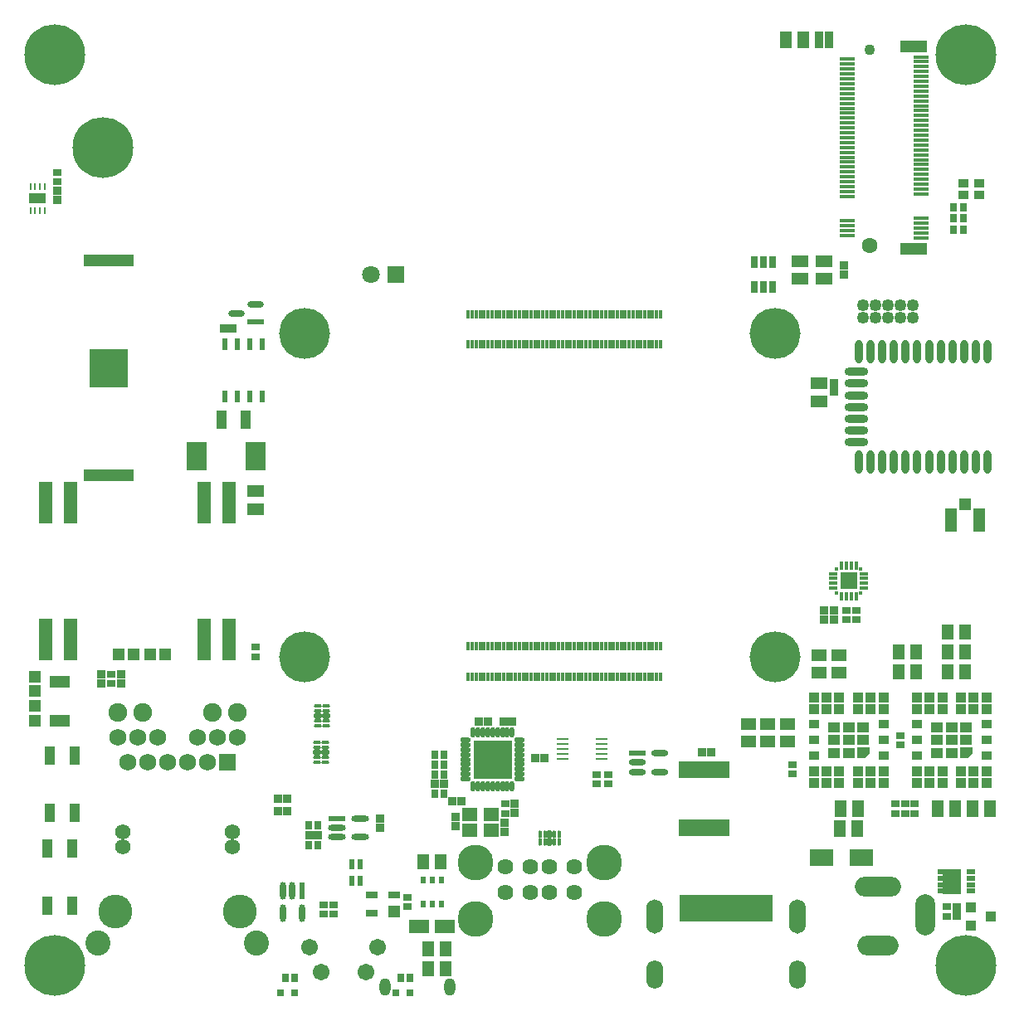
<source format=gts>
G04*
G04 #@! TF.GenerationSoftware,Altium Limited,Altium Designer,22.2.1 (43)*
G04*
G04 Layer_Color=8388736*
%FSAX24Y24*%
%MOIN*%
G70*
G04*
G04 #@! TF.SameCoordinates,07477AA8-A169-438C-A272-D3E418652323*
G04*
G04*
G04 #@! TF.FilePolarity,Negative*
G04*
G01*
G75*
%ADD36R,0.0691X0.0240*%
G04:AMPARAMS|DCode=37|XSize=69.1mil|YSize=24mil|CornerRadius=12mil|HoleSize=0mil|Usage=FLASHONLY|Rotation=0.000|XOffset=0mil|YOffset=0mil|HoleType=Round|Shape=RoundedRectangle|*
%AMROUNDEDRECTD37*
21,1,0.0691,0.0000,0,0,0.0*
21,1,0.0451,0.0240,0,0,0.0*
1,1,0.0240,0.0226,0.0000*
1,1,0.0240,-0.0226,0.0000*
1,1,0.0240,-0.0226,0.0000*
1,1,0.0240,0.0226,0.0000*
%
%ADD37ROUNDEDRECTD37*%
G04:AMPARAMS|DCode=41|XSize=48.7mil|YSize=8.4mil|CornerRadius=4.2mil|HoleSize=0mil|Usage=FLASHONLY|Rotation=180.000|XOffset=0mil|YOffset=0mil|HoleType=Round|Shape=RoundedRectangle|*
%AMROUNDEDRECTD41*
21,1,0.0487,0.0000,0,0,180.0*
21,1,0.0404,0.0084,0,0,180.0*
1,1,0.0084,-0.0202,0.0000*
1,1,0.0084,0.0202,0.0000*
1,1,0.0084,0.0202,0.0000*
1,1,0.0084,-0.0202,0.0000*
%
%ADD41ROUNDEDRECTD41*%
%ADD42R,0.0487X0.0084*%
G04:AMPARAMS|DCode=47|XSize=71.1mil|YSize=24.1mil|CornerRadius=12.1mil|HoleSize=0mil|Usage=FLASHONLY|Rotation=270.000|XOffset=0mil|YOffset=0mil|HoleType=Round|Shape=RoundedRectangle|*
%AMROUNDEDRECTD47*
21,1,0.0711,0.0000,0,0,270.0*
21,1,0.0470,0.0241,0,0,270.0*
1,1,0.0241,0.0000,-0.0235*
1,1,0.0241,0.0000,0.0235*
1,1,0.0241,0.0000,0.0235*
1,1,0.0241,0.0000,-0.0235*
%
%ADD47ROUNDEDRECTD47*%
%ADD48R,0.0241X0.0711*%
G04:AMPARAMS|DCode=49|XSize=71.1mil|YSize=24.1mil|CornerRadius=12.1mil|HoleSize=0mil|Usage=FLASHONLY|Rotation=0.000|XOffset=0mil|YOffset=0mil|HoleType=Round|Shape=RoundedRectangle|*
%AMROUNDEDRECTD49*
21,1,0.0711,0.0000,0,0,0.0*
21,1,0.0470,0.0241,0,0,0.0*
1,1,0.0241,0.0235,0.0000*
1,1,0.0241,-0.0235,0.0000*
1,1,0.0241,-0.0235,0.0000*
1,1,0.0241,0.0235,0.0000*
%
%ADD49ROUNDEDRECTD49*%
%ADD50R,0.0711X0.0241*%
%ADD52R,0.0787X0.1181*%
%ADD54R,0.0433X0.0748*%
%ADD55R,0.0394X0.0354*%
G04:AMPARAMS|DCode=59|XSize=65.3mil|YSize=24.7mil|CornerRadius=12.3mil|HoleSize=0mil|Usage=FLASHONLY|Rotation=180.000|XOffset=0mil|YOffset=0mil|HoleType=Round|Shape=RoundedRectangle|*
%AMROUNDEDRECTD59*
21,1,0.0653,0.0000,0,0,180.0*
21,1,0.0406,0.0247,0,0,180.0*
1,1,0.0247,-0.0203,0.0000*
1,1,0.0247,0.0203,0.0000*
1,1,0.0247,0.0203,0.0000*
1,1,0.0247,-0.0203,0.0000*
%
%ADD59ROUNDEDRECTD59*%
%ADD60R,0.0653X0.0247*%
%ADD61R,0.2000X0.0500*%
%ADD62R,0.0118X0.0118*%
%ADD63R,0.0118X0.0354*%
%ADD64R,0.0354X0.0118*%
%ADD67R,0.0827X0.0500*%
G04:AMPARAMS|DCode=69|XSize=31.5mil|YSize=94.5mil|CornerRadius=15.7mil|HoleSize=0mil|Usage=FLASHONLY|Rotation=270.000|XOffset=0mil|YOffset=0mil|HoleType=Round|Shape=RoundedRectangle|*
%AMROUNDEDRECTD69*
21,1,0.0315,0.0630,0,0,270.0*
21,1,0.0000,0.0945,0,0,270.0*
1,1,0.0315,-0.0315,0.0000*
1,1,0.0315,-0.0315,0.0000*
1,1,0.0315,0.0315,0.0000*
1,1,0.0315,0.0315,0.0000*
%
%ADD69ROUNDEDRECTD69*%
G04:AMPARAMS|DCode=70|XSize=94.5mil|YSize=31.5mil|CornerRadius=15.7mil|HoleSize=0mil|Usage=FLASHONLY|Rotation=270.000|XOffset=0mil|YOffset=0mil|HoleType=Round|Shape=RoundedRectangle|*
%AMROUNDEDRECTD70*
21,1,0.0945,0.0000,0,0,270.0*
21,1,0.0630,0.0315,0,0,270.0*
1,1,0.0315,0.0000,-0.0315*
1,1,0.0315,0.0000,0.0315*
1,1,0.0315,0.0000,0.0315*
1,1,0.0315,0.0000,-0.0315*
%
%ADD70ROUNDEDRECTD70*%
%ADD73R,0.0512X0.0433*%
%ADD74C,0.0364*%
%ADD75R,0.0433X0.0394*%
%ADD76R,0.0433X0.0354*%
%ADD80R,0.0217X0.0315*%
%ADD84R,0.0236X0.0512*%
%ADD92R,0.0610X0.0118*%
%ADD93R,0.1083X0.0472*%
%ADD94R,0.0098X0.0256*%
%ADD95R,0.0098X0.0256*%
%ADD96R,0.0098X0.0256*%
%ADD97R,0.0098X0.0256*%
%ADD98R,0.0651X0.0513*%
%ADD99R,0.0324X0.0308*%
%ADD100R,0.0415X0.0769*%
%ADD101R,0.0324X0.0324*%
%ADD102R,0.0669X0.0394*%
%ADD103R,0.0513X0.0946*%
%ADD104R,0.0474X0.0513*%
%ADD105R,0.0297X0.0493*%
%ADD106R,0.0324X0.0324*%
%ADD107R,0.0308X0.0324*%
%ADD108R,0.0316X0.0316*%
%ADD109R,0.0159X0.0356*%
%ADD110R,0.0572X0.1655*%
G04:AMPARAMS|DCode=111|XSize=15.9mil|YSize=30.2mil|CornerRadius=6mil|HoleSize=0mil|Usage=FLASHONLY|Rotation=90.000|XOffset=0mil|YOffset=0mil|HoleType=Round|Shape=RoundedRectangle|*
%AMROUNDEDRECTD111*
21,1,0.0159,0.0183,0,0,90.0*
21,1,0.0039,0.0302,0,0,90.0*
1,1,0.0119,0.0092,0.0020*
1,1,0.0119,0.0092,-0.0020*
1,1,0.0119,-0.0092,-0.0020*
1,1,0.0119,-0.0092,0.0020*
%
%ADD111ROUNDEDRECTD111*%
G04:AMPARAMS|DCode=112|XSize=23.7mil|YSize=30.2mil|CornerRadius=6mil|HoleSize=0mil|Usage=FLASHONLY|Rotation=90.000|XOffset=0mil|YOffset=0mil|HoleType=Round|Shape=RoundedRectangle|*
%AMROUNDEDRECTD112*
21,1,0.0237,0.0183,0,0,90.0*
21,1,0.0118,0.0302,0,0,90.0*
1,1,0.0119,0.0092,0.0059*
1,1,0.0119,0.0092,-0.0059*
1,1,0.0119,-0.0092,-0.0059*
1,1,0.0119,-0.0092,0.0059*
%
%ADD112ROUNDEDRECTD112*%
%ADD113R,0.0190X0.1104*%
%ADD114R,0.0257X0.0661*%
%ADD115R,0.1560X0.1560*%
%ADD116R,0.0709X0.0709*%
%ADD117R,0.0474X0.0474*%
%ADD118R,0.0946X0.0690*%
%ADD119R,0.0474X0.0474*%
%ADD120R,0.0493X0.0631*%
%ADD121R,0.0513X0.0651*%
%ADD122R,0.0237X0.0434*%
%ADD123R,0.0474X0.0316*%
%ADD124R,0.0789X0.0572*%
%ADD125R,0.0631X0.0533*%
%ADD126R,0.0434X0.0395*%
%ADD127R,0.0631X0.0493*%
%ADD128R,0.0356X0.0245*%
%ADD129R,0.0293X0.0245*%
%ADD130R,0.0753X0.1013*%
G04:AMPARAMS|DCode=131|XSize=15.9mil|YSize=30.2mil|CornerRadius=6mil|HoleSize=0mil|Usage=FLASHONLY|Rotation=0.000|XOffset=0mil|YOffset=0mil|HoleType=Round|Shape=RoundedRectangle|*
%AMROUNDEDRECTD131*
21,1,0.0159,0.0183,0,0,0.0*
21,1,0.0039,0.0302,0,0,0.0*
1,1,0.0119,0.0020,-0.0092*
1,1,0.0119,-0.0020,-0.0092*
1,1,0.0119,-0.0020,0.0092*
1,1,0.0119,0.0020,0.0092*
%
%ADD131ROUNDEDRECTD131*%
G04:AMPARAMS|DCode=132|XSize=23.7mil|YSize=30.2mil|CornerRadius=6mil|HoleSize=0mil|Usage=FLASHONLY|Rotation=0.000|XOffset=0mil|YOffset=0mil|HoleType=Round|Shape=RoundedRectangle|*
%AMROUNDEDRECTD132*
21,1,0.0237,0.0183,0,0,0.0*
21,1,0.0118,0.0302,0,0,0.0*
1,1,0.0119,0.0059,-0.0092*
1,1,0.0119,-0.0059,-0.0092*
1,1,0.0119,-0.0059,0.0092*
1,1,0.0119,0.0059,0.0092*
%
%ADD132ROUNDEDRECTD132*%
%ADD133O,0.0434X0.0190*%
%ADD134O,0.0190X0.0434*%
%ADD135R,0.1537X0.1537*%
%ADD136O,0.1852X0.0789*%
%ADD137O,0.0789X0.1655*%
%ADD138O,0.1655X0.0789*%
%ADD139C,0.2442*%
%ADD140C,0.0710*%
%ADD141R,0.0710X0.0710*%
%ADD142C,0.0493*%
%ADD143O,0.0434X0.0710*%
%ADD144C,0.0639*%
%ADD145C,0.1438*%
%ADD146C,0.2049*%
%ADD147C,0.0620*%
%ADD148C,0.1360*%
%ADD149C,0.0755*%
%ADD150C,0.1010*%
%ADD151C,0.0680*%
%ADD152R,0.0680X0.0680*%
%ADD153C,0.0671*%
%ADD154O,0.0671X0.1379*%
%ADD155O,0.0671X0.1143*%
%ADD156C,0.0630*%
%ADD157C,0.0433*%
G36*
X045925Y023681D02*
X045728Y023484D01*
X045413D01*
Y023917D01*
X045925D01*
Y023681D01*
D02*
G37*
G36*
X050059D02*
X049862Y023484D01*
X049547D01*
Y023917D01*
X050059D01*
Y023681D01*
D02*
G37*
D36*
X036575Y023681D02*
D03*
D37*
Y023307D02*
D03*
Y022933D02*
D03*
X037500D02*
D03*
Y023681D02*
D03*
D41*
X033576Y023465D02*
D03*
Y023661D02*
D03*
Y023858D02*
D03*
Y024055D02*
D03*
Y024252D02*
D03*
X035164D02*
D03*
Y024055D02*
D03*
Y023858D02*
D03*
Y023661D02*
D03*
D42*
Y023465D02*
D03*
D47*
X023110Y017264D02*
D03*
X022362D02*
D03*
Y018169D02*
D03*
X022736D02*
D03*
D48*
X023110D02*
D03*
D49*
X025442Y021055D02*
D03*
Y020307D02*
D03*
X024536D02*
D03*
Y020681D02*
D03*
D50*
Y021055D02*
D03*
D52*
X021260Y035630D02*
D03*
X018898D02*
D03*
D54*
X020866Y037106D02*
D03*
X019882D02*
D03*
D55*
X050320Y046117D02*
D03*
X049680D02*
D03*
Y046599D02*
D03*
X050320D02*
D03*
D59*
X020491Y041372D02*
D03*
X021260Y041732D02*
D03*
D60*
Y041012D02*
D03*
D61*
X015354Y034848D02*
D03*
Y043498D02*
D03*
D62*
X045571Y030118D02*
D03*
X044586D02*
D03*
X045571Y031102D02*
D03*
X044586D02*
D03*
D63*
X044783Y031220D02*
D03*
X044980D02*
D03*
X045177D02*
D03*
X045374D02*
D03*
Y030000D02*
D03*
X045177D02*
D03*
X044980D02*
D03*
X044783D02*
D03*
D64*
X045689Y030905D02*
D03*
Y030709D02*
D03*
Y030512D02*
D03*
Y030315D02*
D03*
X044468D02*
D03*
Y030512D02*
D03*
Y030709D02*
D03*
Y030905D02*
D03*
D67*
X013386Y026569D02*
D03*
Y025006D02*
D03*
D69*
X045394Y036181D02*
D03*
Y036654D02*
D03*
Y037126D02*
D03*
Y037598D02*
D03*
Y038071D02*
D03*
Y038543D02*
D03*
Y039016D02*
D03*
D70*
X050669Y035374D02*
D03*
X050197D02*
D03*
X049724D02*
D03*
X049252D02*
D03*
X048780D02*
D03*
X048307D02*
D03*
X047835D02*
D03*
X047362D02*
D03*
X046890D02*
D03*
X046417D02*
D03*
X045945D02*
D03*
X045472D02*
D03*
Y039823D02*
D03*
X045945D02*
D03*
X046417D02*
D03*
X046890D02*
D03*
X047362D02*
D03*
X047835D02*
D03*
X048307D02*
D03*
X048780D02*
D03*
X049252D02*
D03*
X049724D02*
D03*
X050197D02*
D03*
X050669D02*
D03*
D73*
X049803Y024724D02*
D03*
X049213D02*
D03*
X048622D02*
D03*
Y024213D02*
D03*
X049213D02*
D03*
X049803D02*
D03*
X049213Y023701D02*
D03*
X048622D02*
D03*
X045669Y024724D02*
D03*
X045079D02*
D03*
X044488D02*
D03*
Y024213D02*
D03*
X045079D02*
D03*
X045669D02*
D03*
X045079Y023701D02*
D03*
X044488D02*
D03*
D74*
X049785Y023715D02*
D03*
X045651D02*
D03*
D75*
X048839Y022500D02*
D03*
X048327D02*
D03*
X047815D02*
D03*
X048839Y022972D02*
D03*
X048327D02*
D03*
X047815D02*
D03*
Y025925D02*
D03*
X048327D02*
D03*
X048839D02*
D03*
X047815Y025453D02*
D03*
X048327D02*
D03*
X048839D02*
D03*
X049587D02*
D03*
X050098D02*
D03*
X050610D02*
D03*
X049587Y025925D02*
D03*
X050098D02*
D03*
X050610D02*
D03*
X049587Y022972D02*
D03*
X050098D02*
D03*
X050610D02*
D03*
X049587Y022500D02*
D03*
X050098D02*
D03*
X050610D02*
D03*
X044705D02*
D03*
X044193D02*
D03*
X043681D02*
D03*
X044705Y022972D02*
D03*
X044193D02*
D03*
X043681D02*
D03*
Y025925D02*
D03*
X044193D02*
D03*
X044705D02*
D03*
X043681Y025453D02*
D03*
X044193D02*
D03*
X044705D02*
D03*
X045453D02*
D03*
X045965D02*
D03*
X046476D02*
D03*
X045453Y025925D02*
D03*
X045965D02*
D03*
X046476D02*
D03*
X045453Y022972D02*
D03*
X045965D02*
D03*
X046476D02*
D03*
X045453Y022500D02*
D03*
X045965D02*
D03*
X046476D02*
D03*
D76*
X047815Y023583D02*
D03*
Y024213D02*
D03*
Y024843D02*
D03*
X050610D02*
D03*
Y024213D02*
D03*
Y023583D02*
D03*
X043681D02*
D03*
Y024213D02*
D03*
Y024843D02*
D03*
X046476D02*
D03*
Y024213D02*
D03*
Y023583D02*
D03*
D80*
X028720Y017638D02*
D03*
X028346D02*
D03*
X027972D02*
D03*
Y018583D02*
D03*
X028346D02*
D03*
X028720D02*
D03*
D84*
X020018Y040118D02*
D03*
X020518D02*
D03*
X021018D02*
D03*
X021518D02*
D03*
Y038031D02*
D03*
X021018D02*
D03*
X020518D02*
D03*
X020018D02*
D03*
D92*
X045020Y044488D02*
D03*
Y044685D02*
D03*
Y044882D02*
D03*
Y045079D02*
D03*
Y046063D02*
D03*
Y046260D02*
D03*
Y046457D02*
D03*
Y046654D02*
D03*
Y046850D02*
D03*
Y047047D02*
D03*
Y047244D02*
D03*
Y047441D02*
D03*
Y047638D02*
D03*
Y047835D02*
D03*
Y048032D02*
D03*
Y048228D02*
D03*
Y048425D02*
D03*
Y048622D02*
D03*
Y048819D02*
D03*
Y049016D02*
D03*
Y049213D02*
D03*
Y049409D02*
D03*
Y049606D02*
D03*
Y049803D02*
D03*
Y050000D02*
D03*
Y050197D02*
D03*
Y050394D02*
D03*
Y050591D02*
D03*
Y050787D02*
D03*
Y050984D02*
D03*
Y051181D02*
D03*
Y051378D02*
D03*
Y051575D02*
D03*
X047992Y044390D02*
D03*
Y044587D02*
D03*
Y044783D02*
D03*
Y044980D02*
D03*
Y045177D02*
D03*
Y046161D02*
D03*
Y046358D02*
D03*
Y046555D02*
D03*
Y046752D02*
D03*
Y046949D02*
D03*
Y047146D02*
D03*
Y047343D02*
D03*
Y047539D02*
D03*
Y047736D02*
D03*
Y047933D02*
D03*
Y048130D02*
D03*
Y048327D02*
D03*
Y048524D02*
D03*
Y048720D02*
D03*
Y048917D02*
D03*
Y049114D02*
D03*
Y049311D02*
D03*
Y049508D02*
D03*
Y049705D02*
D03*
Y049902D02*
D03*
Y050098D02*
D03*
Y050295D02*
D03*
Y050492D02*
D03*
Y050689D02*
D03*
Y050886D02*
D03*
Y051083D02*
D03*
Y051280D02*
D03*
Y051476D02*
D03*
Y051673D02*
D03*
D93*
X047687Y043957D02*
D03*
Y052106D02*
D03*
D94*
X012206Y046470D02*
D03*
X012600Y045505D02*
D03*
D95*
X012403Y046470D02*
D03*
X012797Y045505D02*
D03*
D96*
X012600Y046470D02*
D03*
X012797Y046470D02*
D03*
D97*
X012403Y045505D02*
D03*
X012206Y045505D02*
D03*
D98*
X021260Y033504D02*
D03*
Y034213D02*
D03*
X043898Y037835D02*
D03*
Y038543D02*
D03*
X043110Y042756D02*
D03*
Y043465D02*
D03*
X044094Y042756D02*
D03*
Y043465D02*
D03*
D99*
X047146Y024028D02*
D03*
Y024398D02*
D03*
X024000Y017215D02*
D03*
Y017585D02*
D03*
X013300Y047035D02*
D03*
Y046665D02*
D03*
X024400Y017215D02*
D03*
Y017585D02*
D03*
X035433Y022823D02*
D03*
Y022453D02*
D03*
X034961Y022453D02*
D03*
Y022823D02*
D03*
X044980Y029047D02*
D03*
Y029417D02*
D03*
X045374Y029047D02*
D03*
Y029417D02*
D03*
X047736Y021272D02*
D03*
Y021642D02*
D03*
X047343D02*
D03*
Y021272D02*
D03*
X027362Y017902D02*
D03*
Y017531D02*
D03*
X031272Y021643D02*
D03*
Y021272D02*
D03*
X046949Y021642D02*
D03*
Y021272D02*
D03*
X042815Y022858D02*
D03*
Y023228D02*
D03*
X049016Y017138D02*
D03*
Y017508D02*
D03*
X021260Y027941D02*
D03*
Y027571D02*
D03*
X015453Y026858D02*
D03*
Y026488D02*
D03*
D100*
X012984Y023583D02*
D03*
X013984D02*
D03*
Y021299D02*
D03*
X012984D02*
D03*
X012886Y017559D02*
D03*
X013886D02*
D03*
Y019843D02*
D03*
X012886D02*
D03*
D101*
X013300Y045923D02*
D03*
Y046277D02*
D03*
X026240Y020689D02*
D03*
Y021043D02*
D03*
X044488Y038209D02*
D03*
Y038563D02*
D03*
Y029055D02*
D03*
Y029409D02*
D03*
X044094Y029055D02*
D03*
Y029409D02*
D03*
X031666Y021292D02*
D03*
Y021646D02*
D03*
X031260Y020886D02*
D03*
Y020531D02*
D03*
X029291Y020768D02*
D03*
Y021122D02*
D03*
X049409Y017500D02*
D03*
Y017146D02*
D03*
X015059Y026850D02*
D03*
Y026496D02*
D03*
X015846Y026850D02*
D03*
Y026496D02*
D03*
X044882Y042933D02*
D03*
Y043287D02*
D03*
X044291Y052539D02*
D03*
Y052185D02*
D03*
X043898Y052539D02*
D03*
Y052185D02*
D03*
D102*
X012502Y045987D02*
D03*
D103*
X050321Y033070D02*
D03*
X049179D02*
D03*
D104*
X049750Y033700D02*
D03*
D105*
X042026Y042415D02*
D03*
X041652D02*
D03*
X041278D02*
D03*
Y043439D02*
D03*
X041652D02*
D03*
X042026D02*
D03*
D106*
X023406Y020394D02*
D03*
X023760D02*
D03*
X028465Y022441D02*
D03*
X028819D02*
D03*
X020335Y040748D02*
D03*
X019980D02*
D03*
X039547Y023720D02*
D03*
X039193D02*
D03*
X031208Y024973D02*
D03*
X031562D02*
D03*
X032854Y023504D02*
D03*
X032500D02*
D03*
X030224Y024973D02*
D03*
X030578D02*
D03*
X029154Y021772D02*
D03*
X029508D02*
D03*
X022524Y021358D02*
D03*
X022170D02*
D03*
X022524Y021850D02*
D03*
X022170D02*
D03*
D107*
X023768Y020000D02*
D03*
X023398D02*
D03*
X049673Y045630D02*
D03*
X049303D02*
D03*
X027079Y014665D02*
D03*
X027449D02*
D03*
X022453D02*
D03*
X022823D02*
D03*
X023398Y020787D02*
D03*
X023768D02*
D03*
X049673Y045197D02*
D03*
X049303D02*
D03*
X028457Y023228D02*
D03*
X028827D02*
D03*
X028457Y022835D02*
D03*
X028827D02*
D03*
X028457Y022047D02*
D03*
X028827D02*
D03*
X028442Y023635D02*
D03*
X028812D02*
D03*
X049673Y044724D02*
D03*
X049303D02*
D03*
D108*
X026890Y014059D02*
D03*
X027441D02*
D03*
X022264D02*
D03*
X022815D02*
D03*
D109*
X029803Y026772D02*
D03*
Y027984D02*
D03*
X029961Y026772D02*
D03*
Y027984D02*
D03*
X030118Y026772D02*
D03*
Y027984D02*
D03*
X030276Y026772D02*
D03*
Y027984D02*
D03*
X030433Y026772D02*
D03*
Y027984D02*
D03*
X030591Y026772D02*
D03*
Y027984D02*
D03*
X030748Y026772D02*
D03*
Y027984D02*
D03*
X030906Y026772D02*
D03*
Y027984D02*
D03*
X031063Y026772D02*
D03*
Y027984D02*
D03*
X031220Y026772D02*
D03*
Y027984D02*
D03*
X031378Y026772D02*
D03*
Y027984D02*
D03*
X031535Y026772D02*
D03*
Y027984D02*
D03*
X031693Y026772D02*
D03*
Y027984D02*
D03*
X031850Y026772D02*
D03*
Y027984D02*
D03*
X032008Y026772D02*
D03*
Y027984D02*
D03*
X032165Y026772D02*
D03*
Y027984D02*
D03*
X032323Y026772D02*
D03*
Y027984D02*
D03*
X032480Y026772D02*
D03*
Y027984D02*
D03*
X032638Y026772D02*
D03*
Y027984D02*
D03*
X032795Y026772D02*
D03*
Y027984D02*
D03*
X032953Y026772D02*
D03*
Y027984D02*
D03*
X033110Y026772D02*
D03*
Y027984D02*
D03*
X033268Y026772D02*
D03*
Y027984D02*
D03*
X033425Y026772D02*
D03*
Y027984D02*
D03*
X033583Y026772D02*
D03*
Y027984D02*
D03*
X033740Y026772D02*
D03*
Y027984D02*
D03*
X033898Y026772D02*
D03*
Y027984D02*
D03*
X034055Y026772D02*
D03*
Y027984D02*
D03*
X034213Y026772D02*
D03*
Y027984D02*
D03*
X034370Y026772D02*
D03*
Y027984D02*
D03*
X034528Y026772D02*
D03*
Y027984D02*
D03*
X034685Y026772D02*
D03*
Y027984D02*
D03*
X034843Y026772D02*
D03*
Y027984D02*
D03*
X035000Y026772D02*
D03*
Y027984D02*
D03*
X035157Y026772D02*
D03*
Y027984D02*
D03*
X035315Y026772D02*
D03*
Y027984D02*
D03*
X035472Y026772D02*
D03*
Y027984D02*
D03*
X035630Y026772D02*
D03*
Y027984D02*
D03*
X035787Y026772D02*
D03*
Y027984D02*
D03*
X035945Y026772D02*
D03*
Y027984D02*
D03*
X036102Y026772D02*
D03*
Y027984D02*
D03*
X036260Y026772D02*
D03*
Y027984D02*
D03*
X036417Y026772D02*
D03*
Y027984D02*
D03*
X036575Y026772D02*
D03*
Y027984D02*
D03*
X036732Y026772D02*
D03*
Y027984D02*
D03*
X036890Y026772D02*
D03*
Y027984D02*
D03*
X037047Y026772D02*
D03*
Y027984D02*
D03*
X037205Y026772D02*
D03*
Y027984D02*
D03*
X037362Y026772D02*
D03*
Y027984D02*
D03*
X037520Y026772D02*
D03*
Y027984D02*
D03*
X029803Y040126D02*
D03*
Y041339D02*
D03*
X029961Y040126D02*
D03*
Y041339D02*
D03*
X030118Y040126D02*
D03*
Y041339D02*
D03*
X030276Y040126D02*
D03*
Y041339D02*
D03*
X030433Y040126D02*
D03*
Y041339D02*
D03*
X030591Y040126D02*
D03*
Y041339D02*
D03*
X030748Y040126D02*
D03*
Y041339D02*
D03*
X030906Y040126D02*
D03*
Y041339D02*
D03*
X031063Y040126D02*
D03*
Y041339D02*
D03*
X031220Y040126D02*
D03*
Y041339D02*
D03*
X031378Y040126D02*
D03*
Y041339D02*
D03*
X031535Y040126D02*
D03*
Y041339D02*
D03*
X031693Y040126D02*
D03*
Y041339D02*
D03*
X031850Y040126D02*
D03*
Y041339D02*
D03*
X032008Y040126D02*
D03*
Y041339D02*
D03*
X032165Y040126D02*
D03*
Y041339D02*
D03*
X032323Y040126D02*
D03*
Y041339D02*
D03*
X032480Y040126D02*
D03*
Y041339D02*
D03*
X032638Y040126D02*
D03*
Y041339D02*
D03*
X032795Y040126D02*
D03*
Y041339D02*
D03*
X032953Y040126D02*
D03*
Y041339D02*
D03*
X033110Y040126D02*
D03*
Y041339D02*
D03*
X033268Y040126D02*
D03*
Y041339D02*
D03*
X033425Y040126D02*
D03*
Y041339D02*
D03*
X033583Y040126D02*
D03*
Y041339D02*
D03*
X033740Y040126D02*
D03*
Y041339D02*
D03*
X033898Y040126D02*
D03*
Y041339D02*
D03*
X034055Y040126D02*
D03*
Y041339D02*
D03*
X034213Y040126D02*
D03*
Y041339D02*
D03*
X034370Y040126D02*
D03*
Y041339D02*
D03*
X034528Y040126D02*
D03*
Y041339D02*
D03*
X034685Y040126D02*
D03*
Y041339D02*
D03*
X034843Y040126D02*
D03*
Y041339D02*
D03*
X035000Y040126D02*
D03*
Y041339D02*
D03*
X035157Y040126D02*
D03*
Y041339D02*
D03*
X035315Y040126D02*
D03*
Y041339D02*
D03*
X035472Y040126D02*
D03*
Y041339D02*
D03*
X035630Y040126D02*
D03*
Y041339D02*
D03*
X035787Y040126D02*
D03*
Y041339D02*
D03*
X035945Y040126D02*
D03*
Y041339D02*
D03*
X036102Y040126D02*
D03*
Y041339D02*
D03*
X036260Y040126D02*
D03*
Y041339D02*
D03*
X036417Y040126D02*
D03*
Y041339D02*
D03*
X036575Y040126D02*
D03*
Y041339D02*
D03*
X036732Y040126D02*
D03*
Y041339D02*
D03*
X036890Y040126D02*
D03*
Y041339D02*
D03*
X037047Y040126D02*
D03*
Y041339D02*
D03*
X037205Y040126D02*
D03*
Y041339D02*
D03*
X037362Y040126D02*
D03*
Y041339D02*
D03*
X037520Y040126D02*
D03*
Y041339D02*
D03*
D110*
X013811Y033760D02*
D03*
X012811D02*
D03*
Y028248D02*
D03*
X013811D02*
D03*
X019193D02*
D03*
X020193D02*
D03*
X019193Y033760D02*
D03*
X020193D02*
D03*
D111*
X024049Y024114D02*
D03*
Y023917D02*
D03*
Y023524D02*
D03*
Y023327D02*
D03*
X023720D02*
D03*
Y023524D02*
D03*
Y023917D02*
D03*
Y024114D02*
D03*
X023753Y025591D02*
D03*
Y025394D02*
D03*
Y025000D02*
D03*
Y024803D02*
D03*
X024082D02*
D03*
Y025000D02*
D03*
Y025394D02*
D03*
Y025591D02*
D03*
D112*
X024049Y023720D02*
D03*
X023720D02*
D03*
X023753Y025197D02*
D03*
X024082D02*
D03*
D113*
X038386Y017451D02*
D03*
X038583D02*
D03*
X038780D02*
D03*
X038976D02*
D03*
X039173D02*
D03*
X039370D02*
D03*
X039567D02*
D03*
X039764D02*
D03*
X039961D02*
D03*
X040157D02*
D03*
X040354D02*
D03*
X040551D02*
D03*
X040748D02*
D03*
X040945D02*
D03*
X041142D02*
D03*
X041339D02*
D03*
X041535D02*
D03*
X041732D02*
D03*
X041929D02*
D03*
D114*
X040167Y020694D02*
D03*
X039911D02*
D03*
X039656D02*
D03*
X039400D02*
D03*
X039144D02*
D03*
X038888D02*
D03*
X038632D02*
D03*
X038376D02*
D03*
Y023007D02*
D03*
X038632D02*
D03*
X038888D02*
D03*
X039144D02*
D03*
X039400D02*
D03*
X039656D02*
D03*
X039911D02*
D03*
X040167D02*
D03*
D115*
X015354Y039173D02*
D03*
D116*
X045079Y030610D02*
D03*
D117*
X012402Y026772D02*
D03*
Y026181D02*
D03*
Y025591D02*
D03*
Y025000D02*
D03*
X026831Y017323D02*
D03*
D118*
X043976Y019488D02*
D03*
X045591D02*
D03*
D119*
X017618Y027657D02*
D03*
X017028D02*
D03*
X016339D02*
D03*
X015748D02*
D03*
D120*
X049055Y028543D02*
D03*
X049764D02*
D03*
X047795Y027756D02*
D03*
X047087D02*
D03*
X049055D02*
D03*
X049764D02*
D03*
X047795Y026969D02*
D03*
X047087D02*
D03*
X049055D02*
D03*
X049764D02*
D03*
X028189Y015827D02*
D03*
X028898D02*
D03*
X028189Y015039D02*
D03*
X028898D02*
D03*
X028701Y019331D02*
D03*
X027992D02*
D03*
D121*
X050748Y021457D02*
D03*
X050039D02*
D03*
X048661D02*
D03*
X049370D02*
D03*
X044724Y020669D02*
D03*
X045433D02*
D03*
X044743Y021442D02*
D03*
X045451D02*
D03*
X042559Y052362D02*
D03*
X043268D02*
D03*
D122*
X025453Y018563D02*
D03*
X025138D02*
D03*
X025453Y019232D02*
D03*
X025138D02*
D03*
D123*
X025925Y017244D02*
D03*
Y017992D02*
D03*
X026831D02*
D03*
D124*
X028858Y016732D02*
D03*
X027835D02*
D03*
D125*
X030709Y020591D02*
D03*
X029843D02*
D03*
Y021220D02*
D03*
X030709D02*
D03*
D126*
X050000Y017500D02*
D03*
Y016752D02*
D03*
X050787Y017126D02*
D03*
D127*
X044685Y026909D02*
D03*
Y027618D02*
D03*
X043898Y026909D02*
D03*
Y027618D02*
D03*
X042618Y024862D02*
D03*
Y024154D02*
D03*
X041043Y024862D02*
D03*
Y024154D02*
D03*
X041831Y024862D02*
D03*
Y024154D02*
D03*
D128*
X050000Y018150D02*
D03*
Y018406D02*
D03*
Y018661D02*
D03*
Y018917D02*
D03*
D129*
X048787D02*
D03*
Y018661D02*
D03*
Y018406D02*
D03*
Y018150D02*
D03*
D130*
X049230Y018533D02*
D03*
D131*
X033465Y020440D02*
D03*
X033268D02*
D03*
X032874D02*
D03*
X032677D02*
D03*
Y020111D02*
D03*
X032874D02*
D03*
X033268D02*
D03*
X033465D02*
D03*
D132*
X033071Y020440D02*
D03*
Y020111D02*
D03*
D133*
X031863Y022650D02*
D03*
Y022847D02*
D03*
Y023044D02*
D03*
Y023241D02*
D03*
Y023438D02*
D03*
Y023635D02*
D03*
Y023832D02*
D03*
Y024028D02*
D03*
Y024225D02*
D03*
X029698D02*
D03*
Y024028D02*
D03*
Y023832D02*
D03*
Y023635D02*
D03*
Y023438D02*
D03*
Y023241D02*
D03*
Y023044D02*
D03*
Y022847D02*
D03*
Y022650D02*
D03*
D134*
X031568Y024520D02*
D03*
X031371D02*
D03*
X031174D02*
D03*
X030977D02*
D03*
X030780D02*
D03*
X030583D02*
D03*
X030387D02*
D03*
X030190D02*
D03*
X029993D02*
D03*
Y022355D02*
D03*
X030190D02*
D03*
X030387D02*
D03*
X030583D02*
D03*
X030780D02*
D03*
X030977D02*
D03*
X031174D02*
D03*
X031371D02*
D03*
X031568D02*
D03*
D135*
X030780Y023438D02*
D03*
D136*
X046260Y018327D02*
D03*
D137*
X048150Y017185D02*
D03*
D138*
X046260Y015945D02*
D03*
D139*
X015108Y048032D02*
D03*
X013189Y015157D02*
D03*
X049803D02*
D03*
Y051772D02*
D03*
X013189D02*
D03*
D140*
X025878Y042913D02*
D03*
D141*
X026878D02*
D03*
D142*
X047654Y041687D02*
D03*
Y041187D02*
D03*
X047154Y041687D02*
D03*
X046654D02*
D03*
X047154Y041187D02*
D03*
X046654D02*
D03*
X046154Y041687D02*
D03*
X045654D02*
D03*
X046154Y041187D02*
D03*
X045654D02*
D03*
D143*
X026457Y014301D02*
D03*
X029055D02*
D03*
D144*
X031299Y019138D02*
D03*
X034055D02*
D03*
X033071D02*
D03*
X032283D02*
D03*
X033071Y018106D02*
D03*
X032283D02*
D03*
X034055D02*
D03*
X031299D02*
D03*
D145*
X030091Y019276D02*
D03*
X035264D02*
D03*
Y017039D02*
D03*
X030091D02*
D03*
D146*
X042126Y040551D02*
D03*
X023228Y027559D02*
D03*
X042126D02*
D03*
X023228Y040551D02*
D03*
D147*
X015910Y019923D02*
D03*
X020310D02*
D03*
X015910Y020523D02*
D03*
X020310D02*
D03*
D148*
X015610Y017323D02*
D03*
X020610D02*
D03*
D149*
X015710Y025323D02*
D03*
X019510D02*
D03*
X016710D02*
D03*
X020510D02*
D03*
D150*
X014935Y016073D02*
D03*
X021285D02*
D03*
D151*
X020510Y024323D02*
D03*
X016110Y023323D02*
D03*
X015710Y024323D02*
D03*
X019710D02*
D03*
X018910D02*
D03*
X018510Y023323D02*
D03*
X019310D02*
D03*
X017710D02*
D03*
X016910D02*
D03*
X016510Y024323D02*
D03*
X017310D02*
D03*
D152*
X020110Y023323D02*
D03*
D153*
X023408Y015884D02*
D03*
X023900Y014900D02*
D03*
X025672D02*
D03*
X026164Y015884D02*
D03*
D154*
X037303Y017136D02*
D03*
X043012D02*
D03*
D155*
X037303Y014774D02*
D03*
X043012D02*
D03*
D156*
X045915Y044094D02*
D03*
D157*
Y051968D02*
D03*
M02*

</source>
